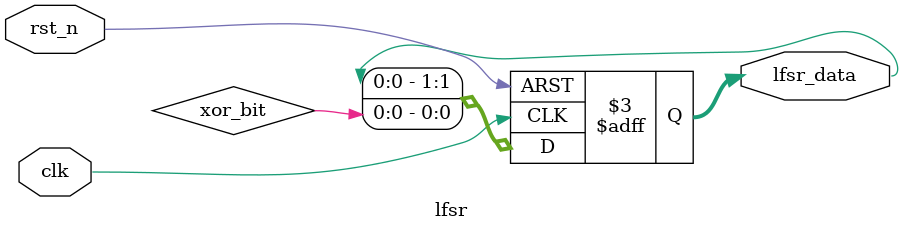
<source format=sv>
module lfsr #(                               //不会为全0，可以位宽定大一点，假如是4路的，在valid的情况下需要挑选出来  
  parameter LFSR_WIDTH = 0                  //替换哪一way，可以使用这个，4路原本可以定义为[1:0]，但是由于不会全为0
  
)(                                           //所以可以定义为[3:0]，取其中的高2位
  input  logic                 clk,
  input  logic                 rst_n,
  output logic[LFSR_WIDTH-1:0] lfsr_data
);
      
  logic xor_bit;

  always_ff @(posedge clk or negedge rst_n) begin
    if(!rst_n)
      lfsr_data <= {{(LFSR_WIDTH-1){1'b0}}, 1'b1};
      //lfsr_data <= {LFSR_WIDTH{1'b0}};
    else
      lfsr_data <= {lfsr_data[LFSR_WIDTH-2:0], xor_bit}; //  shift left
  end

  generate
    case(LFSR_WIDTH)
      3: begin
        assign xor_bit = lfsr_data[2] ^ lfsr_data[1];
      end
      4: begin
        assign xor_bit = lfsr_data[3] ^ lfsr_data[2];
      end
      8: begin
        assign xor_bit = lfsr_data[7] ^ lfsr_data[5] ^ lfsr_data[4] ^ lfsr_data[3];
      end
      16: begin
        assign xor_bit = lfsr_data[15] ^ lfsr_data[14] ^ lfsr_data[12] ^ lfsr_data[3];
        //assign xor_bit = lfsr_data[15] ^~ lfsr_data[14] ^~ lfsr_data[12] ^~ lfsr_data[3];
      end
    endcase
  endgenerate

endmodule

</source>
